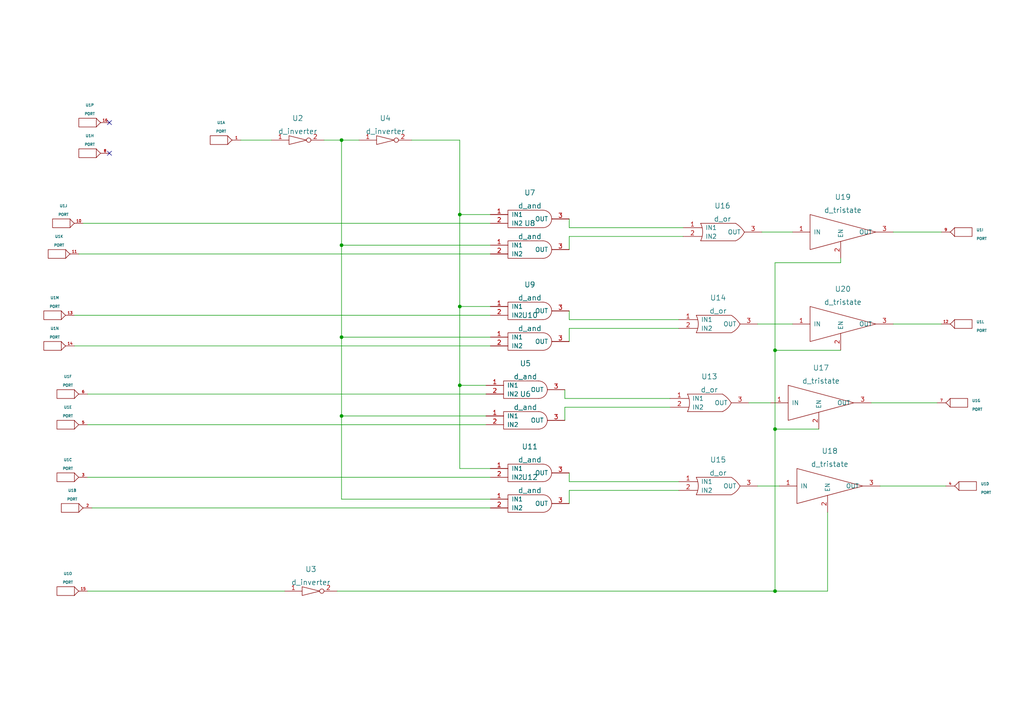
<source format=kicad_sch>
(kicad_sch (version 20211123) (generator eeschema)
  (paper "A4")
  (lib_symbols
    (symbol "eSim_Digital:d_and" (pin_names (offset 1.016))
      (property "Reference" "U" (at 0 0 0))
      (property "Value" "d_and" (at 1.27 2.54 0))
      (symbol "d_and_0_1"
        (polyline (pts (xy 3.81 -1.27) (xy -6.35 -1.27) (xy -6.35 3.81) (xy 3.81 3.81)))
        (arc (start 3.81 -1.27) (mid 5.5897 -0.5171) (end 6.35 1.27))
        (arc (start 6.35 1.27) (mid 5.5971 3.0497) (end 3.81 3.81))
      )
      (symbol "d_and_1_1"
        (pin input line (at -11.43 2.54 0) (length 5.08) (name "IN1") (number "1"))
        (pin input line (at -11.43 0 0) (length 5.08) (name "IN2") (number "2"))
        (pin output line (at 11.43 1.27 180) (length 5.08) (name "OUT") (number "3"))
      )
    )
    (symbol "eSim_Digital:d_inverter" (pin_names (offset 1.016))
      (property "Reference" "U" (at 0 -2.54 0))
      (property "Value" "d_inverter" (at 0 3.81 0))
      (symbol "d_inverter_0_1"
        (polyline (pts (xy -2.54 1.27) (xy -2.54 -1.27) (xy 2.54 0) (xy -2.54 1.27)))
      )
      (symbol "d_inverter_1_1"
        (pin input line (at -7.62 0 0) (length 5.08) (name "~") (number "1"))
        (pin output inverted (at 7.62 0 180) (length 5.08) (name "~") (number "2"))
      )
    )
    (symbol "eSim_Digital:d_or" (pin_names (offset 1.016))
      (property "Reference" "U" (at 0 0 0))
      (property "Value" "d_or" (at 0 2.54 0))
      (symbol "d_or_0_1"
        (arc (start -6.35 -1.27) (mid -5.7504 1.27) (end -6.35 3.81))
        (polyline (pts (xy -6.35 -1.27) (xy 3.81 -1.27)))
        (polyline (pts (xy -6.35 3.81) (xy 3.81 3.81)))
        (arc (start 3.81 -1.27) (mid 5.3181 -0.2399) (end 6.35 1.27))
        (arc (start 6.35 1.27) (mid 5.2222 2.6828) (end 3.81 3.81))
      )
      (symbol "d_or_1_1"
        (pin input line (at -11.43 2.54 0) (length 5.461) (name "IN1") (number "1"))
        (pin input line (at -11.43 0 0) (length 5.461) (name "IN2") (number "2"))
        (pin output line (at 11.43 1.27 180) (length 5.08) (name "OUT") (number "3"))
      )
    )
    (symbol "eSim_Digital:d_tristate" (pin_names (offset 1.016))
      (property "Reference" "U" (at -6.35 6.35 0))
      (property "Value" "d_tristate" (at -5.08 11.43 0))
      (symbol "d_tristate_0_1"
        (polyline (pts (xy -10.16 13.97) (xy -10.16 3.81) (xy 8.89 8.89) (xy -10.16 13.97)))
      )
      (symbol "d_tristate_1_1"
        (pin input line (at -15.24 8.89 0) (length 5.08) (name "IN") (number "1"))
        (pin input line (at -1.27 1.27 90) (length 4.9022) (name "EN") (number "2"))
        (pin output line (at 13.97 8.89 180) (length 5.08) (name "OUT") (number "3"))
      )
    )
    (symbol "eSim_Miscellaneous:PORT" (pin_names (offset 1.016))
      (property "Reference" "U" (at 1.27 2.54 0))
      (property "Value" "PORT" (at 0 0 0))
      (symbol "PORT_0_1"
        (rectangle (start -2.54 1.27) (end 2.54 -1.27))
        (arc (start 2.54 1.27) (mid 3.1355 0.5955) (end 3.81 0))
        (arc (start 3.81 0) (mid 3.1447 -0.6046) (end 2.54 -1.27))
      )
      (symbol "PORT_1_1"
        (pin bidirectional line (at 6.35 0 180) (length 2.54) (name "~") (number "1"))
      )
      (symbol "PORT_2_1"
        (pin bidirectional line (at 6.35 0 180) (length 2.54) (name "~") (number "2"))
      )
      (symbol "PORT_3_1"
        (pin bidirectional line (at 6.35 0 180) (length 2.54) (name "~") (number "3"))
      )
      (symbol "PORT_4_1"
        (pin bidirectional line (at 6.35 0 180) (length 2.54) (name "~") (number "4"))
      )
      (symbol "PORT_5_1"
        (pin bidirectional line (at 6.35 0 180) (length 2.54) (name "~") (number "5"))
      )
      (symbol "PORT_6_1"
        (pin bidirectional line (at 6.35 0 180) (length 2.54) (name "~") (number "6"))
      )
      (symbol "PORT_7_1"
        (pin bidirectional line (at 6.35 0 180) (length 2.54) (name "~") (number "7"))
      )
      (symbol "PORT_8_1"
        (pin bidirectional line (at 6.35 0 180) (length 2.54) (name "~") (number "8"))
      )
      (symbol "PORT_9_1"
        (pin bidirectional line (at 6.35 0 180) (length 2.54) (name "~") (number "9"))
      )
      (symbol "PORT_10_1"
        (pin bidirectional line (at 6.35 0 180) (length 2.54) (name "~") (number "10"))
      )
      (symbol "PORT_11_1"
        (pin bidirectional line (at 6.35 0 180) (length 2.54) (name "~") (number "11"))
      )
      (symbol "PORT_12_1"
        (pin bidirectional line (at 6.35 0 180) (length 2.54) (name "~") (number "12"))
      )
      (symbol "PORT_13_1"
        (pin bidirectional line (at 6.35 0 180) (length 2.54) (name "~") (number "13"))
      )
      (symbol "PORT_14_1"
        (pin bidirectional line (at 6.35 0 180) (length 2.54) (name "~") (number "14"))
      )
      (symbol "PORT_15_1"
        (pin bidirectional line (at 6.35 0 180) (length 2.54) (name "~") (number "15"))
      )
      (symbol "PORT_16_1"
        (pin bidirectional line (at 6.35 0 180) (length 2.54) (name "~") (number "16"))
      )
      (symbol "PORT_17_1"
        (pin bidirectional line (at 6.35 0 180) (length 2.54) (name "~") (number "17"))
      )
      (symbol "PORT_18_1"
        (pin bidirectional line (at 6.35 0 180) (length 2.54) (name "~") (number "18"))
      )
      (symbol "PORT_19_1"
        (pin bidirectional line (at 6.35 0 180) (length 2.54) (name "~") (number "19"))
      )
      (symbol "PORT_20_1"
        (pin bidirectional line (at 6.35 0 180) (length 2.54) (name "~") (number "20"))
      )
      (symbol "PORT_21_1"
        (pin bidirectional line (at 6.35 0 180) (length 2.54) (name "~") (number "21"))
      )
      (symbol "PORT_22_1"
        (pin bidirectional line (at 6.35 0 180) (length 2.54) (name "~") (number "22"))
      )
      (symbol "PORT_23_1"
        (pin bidirectional line (at 6.35 0 180) (length 2.54) (name "~") (number "23"))
      )
      (symbol "PORT_24_1"
        (pin bidirectional line (at 6.35 0 180) (length 2.54) (name "~") (number "24"))
      )
      (symbol "PORT_25_1"
        (pin bidirectional line (at 6.35 0 180) (length 2.54) (name "~") (number "25"))
      )
      (symbol "PORT_26_1"
        (pin bidirectional line (at 6.35 0 180) (length 2.54) (name "~") (number "26"))
      )
    )
  )
  (junction (at 99.06 71.12))
  (junction (at 99.06 40.64))
  (junction (at 133.35 88.9))
  (junction (at 99.06 120.65))
  (junction (at 224.79 124.46))
  (junction (at 99.06 97.79))
  (junction (at 224.79 101.6))
  (junction (at 133.35 62.23))
  (junction (at 133.35 111.76))
  (junction (at 224.79 171.45))
  (no_connect (at 31.75 35.56))
  (no_connect (at 31.75 44.45))
  (wire (pts (xy 26.67 147.32) (xy 142.24 147.32)))
  (wire (pts (xy 133.35 40.64) (xy 133.35 62.23)))
  (wire (pts (xy 165.1 139.7) (xy 196.85 139.7)))
  (wire (pts (xy 25.4 123.19) (xy 140.97 123.19)))
  (wire (pts (xy 165.1 66.04) (xy 198.12 66.04)))
  (wire (pts (xy 99.06 120.65) (xy 99.06 97.79)))
  (wire (pts (xy 99.06 71.12) (xy 99.06 40.64)))
  (wire (pts (xy 163.83 115.57) (xy 194.31 115.57)))
  (wire (pts (xy 224.79 124.46) (xy 237.49 124.46)))
  (wire (pts (xy 99.06 71.12) (xy 142.24 71.12)))
  (wire (pts (xy 165.1 68.58) (xy 198.12 68.58)))
  (wire (pts (xy 224.79 101.6) (xy 243.84 101.6)))
  (wire (pts (xy 25.4 138.43) (xy 142.24 138.43)))
  (wire (pts (xy 243.84 76.2) (xy 243.84 74.93)))
  (wire (pts (xy 133.35 62.23) (xy 133.35 88.9)))
  (wire (pts (xy 133.35 62.23) (xy 142.24 62.23)))
  (wire (pts (xy 99.06 120.65) (xy 140.97 120.65)))
  (wire (pts (xy 133.35 88.9) (xy 142.24 88.9)))
  (wire (pts (xy 99.06 40.64) (xy 93.98 40.64)))
  (wire (pts (xy 99.06 97.79) (xy 142.24 97.79)))
  (wire (pts (xy 165.1 142.24) (xy 196.85 142.24)))
  (wire (pts (xy 163.83 118.11) (xy 194.31 118.11)))
  (wire (pts (xy 240.03 148.59) (xy 240.03 171.45)))
  (wire (pts (xy 119.38 40.64) (xy 133.35 40.64)))
  (wire (pts (xy 259.08 93.98) (xy 273.05 93.98)))
  (wire (pts (xy 25.4 171.45) (xy 82.55 171.45)))
  (wire (pts (xy 165.1 72.39) (xy 165.1 68.58)))
  (wire (pts (xy 219.71 93.98) (xy 229.87 93.98)))
  (wire (pts (xy 21.59 91.44) (xy 142.24 91.44)))
  (wire (pts (xy 165.1 146.05) (xy 165.1 142.24)))
  (wire (pts (xy 259.08 67.31) (xy 273.05 67.31)))
  (wire (pts (xy 224.79 76.2) (xy 243.84 76.2)))
  (wire (pts (xy 165.1 95.25) (xy 196.85 95.25)))
  (wire (pts (xy 224.79 101.6) (xy 224.79 76.2)))
  (wire (pts (xy 99.06 144.78) (xy 99.06 120.65)))
  (wire (pts (xy 97.79 171.45) (xy 224.79 171.45)))
  (wire (pts (xy 252.73 116.84) (xy 271.78 116.84)))
  (wire (pts (xy 69.85 40.64) (xy 78.74 40.64)))
  (wire (pts (xy 25.4 114.3) (xy 140.97 114.3)))
  (wire (pts (xy 133.35 135.89) (xy 142.24 135.89)))
  (wire (pts (xy 24.13 64.77) (xy 142.24 64.77)))
  (wire (pts (xy 217.17 116.84) (xy 223.52 116.84)))
  (wire (pts (xy 165.1 90.17) (xy 165.1 92.71)))
  (wire (pts (xy 99.06 40.64) (xy 104.14 40.64)))
  (wire (pts (xy 142.24 144.78) (xy 99.06 144.78)))
  (wire (pts (xy 133.35 111.76) (xy 140.97 111.76)))
  (wire (pts (xy 165.1 137.16) (xy 165.1 139.7)))
  (wire (pts (xy 165.1 63.5) (xy 165.1 66.04)))
  (wire (pts (xy 165.1 99.06) (xy 165.1 95.25)))
  (wire (pts (xy 99.06 97.79) (xy 99.06 71.12)))
  (wire (pts (xy 133.35 111.76) (xy 133.35 135.89)))
  (wire (pts (xy 22.86 73.66) (xy 142.24 73.66)))
  (wire (pts (xy 21.59 100.33) (xy 142.24 100.33)))
  (wire (pts (xy 133.35 88.9) (xy 133.35 111.76)))
  (wire (pts (xy 165.1 92.71) (xy 196.85 92.71)))
  (wire (pts (xy 163.83 121.92) (xy 163.83 118.11)))
  (wire (pts (xy 163.83 113.03) (xy 163.83 115.57)))
  (wire (pts (xy 255.27 140.97) (xy 274.32 140.97)))
  (wire (pts (xy 240.03 171.45) (xy 224.79 171.45)))
  (wire (pts (xy 220.98 67.31) (xy 229.87 67.31)))
  (wire (pts (xy 224.79 171.45) (xy 224.79 124.46)))
  (wire (pts (xy 224.79 124.46) (xy 224.79 101.6)))
  (wire (pts (xy 219.71 140.97) (xy 226.06 140.97)))
  (symbol (lib_id "eSim_Miscellaneous:PORT") (at 278.13 116.84 180) (unit 7)
    (property "Reference" "U1" (at 281.94 116.205 0) (effects (font (size 0.762 0.762)) (justify right)))
    (property "Value" "PORT" (at 281.94 118.745 0) (effects (font (size 0.762 0.762)) (justify right)))
  )
  (symbol (lib_id "eSim_Digital:d_or") (at 208.28 142.24 0) (unit 1)
    (property "Reference" "U15" (at 208.28 133.35 0) (effects (font (size 1.524 1.524))))
    (property "Value" "d_or" (at 208.28 137.16 0) (effects (font (size 1.524 1.524))))
  )
  (symbol (lib_id "eSim_Digital:d_and") (at 152.4 114.3 0) (unit 1)
    (property "Reference" "U5" (at 152.4 105.41 0) (effects (font (size 1.524 1.524))))
    (property "Value" "d_and" (at 152.4 109.22 0) (effects (font (size 1.524 1.524))))
  )
  (symbol (lib_id "eSim_Digital:d_or") (at 205.74 118.11 0) (unit 1)
    (property "Reference" "U13" (at 205.74 109.22 0) (effects (font (size 1.524 1.524))))
    (property "Value" "d_or" (at 205.74 113.03 0) (effects (font (size 1.524 1.524))))
  )
  (symbol (lib_id "eSim_Digital:d_inverter") (at 111.76 40.64 0) (unit 1)
    (property "Reference" "U4" (at 111.76 34.29 0) (effects (font (size 1.524 1.524))))
    (property "Value" "d_inverter" (at 111.76 38.1 0) (effects (font (size 1.524 1.524))))
  )
  (symbol (lib_id "eSim_Digital:d_and") (at 153.67 138.43 0) (unit 1)
    (property "Reference" "U11" (at 153.67 129.54 0) (effects (font (size 1.524 1.524))))
    (property "Value" "d_and" (at 153.67 133.35 0) (effects (font (size 1.524 1.524))))
  )
  (symbol (lib_id "eSim_Digital:d_and") (at 153.67 64.77 0) (unit 1)
    (property "Reference" "U7" (at 153.67 55.88 0) (effects (font (size 1.524 1.524))))
    (property "Value" "d_and" (at 153.67 59.69 0) (effects (font (size 1.524 1.524))))
  )
  (symbol (lib_id "eSim_Digital:d_and") (at 153.67 147.32 0) (unit 1)
    (property "Reference" "U12" (at 153.67 138.43 0) (effects (font (size 1.524 1.524))))
    (property "Value" "d_and" (at 153.67 142.24 0) (effects (font (size 1.524 1.524))))
  )
  (symbol (lib_id "eSim_Miscellaneous:PORT") (at 63.5 40.64 0) (unit 1)
    (property "Reference" "U1" (at 64.135 35.56 0) (effects (font (size 0.762 0.762))))
    (property "Value" "PORT" (at 64.135 38.1 0) (effects (font (size 0.762 0.762))))
  )
  (symbol (lib_id "eSim_Digital:d_inverter") (at 90.17 171.45 0) (unit 1)
    (property "Reference" "U3" (at 90.17 165.1 0) (effects (font (size 1.524 1.524))))
    (property "Value" "d_inverter" (at 90.17 168.91 0) (effects (font (size 1.524 1.524))))
  )
  (symbol (lib_id "eSim_Miscellaneous:PORT") (at 17.78 64.77 0) (unit 10)
    (property "Reference" "U1" (at 18.415 59.69 0) (effects (font (size 0.762 0.762))))
    (property "Value" "PORT" (at 18.415 62.23 0) (effects (font (size 0.762 0.762))))
  )
  (symbol (lib_id "eSim_Digital:d_and") (at 153.67 100.33 0) (unit 1)
    (property "Reference" "U10" (at 153.67 91.44 0) (effects (font (size 1.524 1.524))))
    (property "Value" "d_and" (at 153.67 95.25 0) (effects (font (size 1.524 1.524))))
  )
  (symbol (lib_id "eSim_Digital:d_or") (at 208.28 95.25 0) (unit 1)
    (property "Reference" "U14" (at 208.28 86.36 0) (effects (font (size 1.524 1.524))))
    (property "Value" "d_or" (at 208.28 90.17 0) (effects (font (size 1.524 1.524))))
  )
  (symbol (lib_id "eSim_Digital:d_inverter") (at 86.36 40.64 0) (unit 1)
    (property "Reference" "U2" (at 86.36 34.29 0) (effects (font (size 1.524 1.524))))
    (property "Value" "d_inverter" (at 86.36 38.1 0) (effects (font (size 1.524 1.524))))
  )
  (symbol (lib_id "eSim_Digital:d_tristate") (at 245.11 102.87 0) (unit 1)
    (property "Reference" "U20" (at 244.475 83.82 0) (effects (font (size 1.524 1.524))))
    (property "Value" "d_tristate" (at 244.475 87.63 0) (effects (font (size 1.524 1.524))))
  )
  (symbol (lib_id "eSim_Miscellaneous:PORT") (at 25.4 44.45 0) (unit 8)
    (property "Reference" "U1" (at 26.035 39.37 0) (effects (font (size 0.762 0.762))))
    (property "Value" "PORT" (at 26.035 41.91 0) (effects (font (size 0.762 0.762))))
  )
  (symbol (lib_id "eSim_Miscellaneous:PORT") (at 19.05 114.3 0) (unit 6)
    (property "Reference" "U1" (at 19.685 109.22 0) (effects (font (size 0.762 0.762))))
    (property "Value" "PORT" (at 19.685 111.76 0) (effects (font (size 0.762 0.762))))
  )
  (symbol (lib_id "eSim_Miscellaneous:PORT") (at 20.32 147.32 0) (unit 2)
    (property "Reference" "U1" (at 20.955 142.24 0) (effects (font (size 0.762 0.762))))
    (property "Value" "PORT" (at 20.955 144.78 0) (effects (font (size 0.762 0.762))))
  )
  (symbol (lib_id "eSim_Miscellaneous:PORT") (at 19.05 171.45 0) (unit 15)
    (property "Reference" "U1" (at 19.685 166.37 0) (effects (font (size 0.762 0.762))))
    (property "Value" "PORT" (at 19.685 168.91 0) (effects (font (size 0.762 0.762))))
  )
  (symbol (lib_id "eSim_Digital:d_tristate") (at 241.3 149.86 0) (unit 1)
    (property "Reference" "U18" (at 240.665 130.81 0) (effects (font (size 1.524 1.524))))
    (property "Value" "d_tristate" (at 240.665 134.62 0) (effects (font (size 1.524 1.524))))
  )
  (symbol (lib_id "eSim_Digital:d_tristate") (at 245.11 76.2 0) (unit 1)
    (property "Reference" "U19" (at 244.475 57.15 0) (effects (font (size 1.524 1.524))))
    (property "Value" "d_tristate" (at 244.475 60.96 0) (effects (font (size 1.524 1.524))))
  )
  (symbol (lib_id "eSim_Miscellaneous:PORT") (at 279.4 67.31 180) (unit 9)
    (property "Reference" "U1" (at 283.21 66.675 0) (effects (font (size 0.762 0.762)) (justify right)))
    (property "Value" "PORT" (at 283.21 69.215 0) (effects (font (size 0.762 0.762)) (justify right)))
  )
  (symbol (lib_id "eSim_Miscellaneous:PORT") (at 19.05 123.19 0) (unit 5)
    (property "Reference" "U1" (at 19.685 118.11 0) (effects (font (size 0.762 0.762))))
    (property "Value" "PORT" (at 19.685 120.65 0) (effects (font (size 0.762 0.762))))
  )
  (symbol (lib_id "eSim_Digital:d_or") (at 209.55 68.58 0) (unit 1)
    (property "Reference" "U16" (at 209.55 59.69 0) (effects (font (size 1.524 1.524))))
    (property "Value" "d_or" (at 209.55 63.5 0) (effects (font (size 1.524 1.524))))
  )
  (symbol (lib_id "eSim_Miscellaneous:PORT") (at 25.4 35.56 0) (unit 16)
    (property "Reference" "U1" (at 26.035 30.48 0) (effects (font (size 0.762 0.762))))
    (property "Value" "PORT" (at 26.035 33.02 0) (effects (font (size 0.762 0.762))))
  )
  (symbol (lib_id "eSim_Miscellaneous:PORT") (at 279.4 93.98 180) (unit 12)
    (property "Reference" "U1" (at 283.21 93.345 0) (effects (font (size 0.762 0.762)) (justify right)))
    (property "Value" "PORT" (at 283.21 95.885 0) (effects (font (size 0.762 0.762)) (justify right)))
  )
  (symbol (lib_id "eSim_Miscellaneous:PORT") (at 16.51 73.66 0) (unit 11)
    (property "Reference" "U1" (at 17.145 68.58 0) (effects (font (size 0.762 0.762))))
    (property "Value" "PORT" (at 17.145 71.12 0) (effects (font (size 0.762 0.762))))
  )
  (symbol (lib_id "eSim_Miscellaneous:PORT") (at 15.24 100.33 0) (unit 14)
    (property "Reference" "U1" (at 15.875 95.25 0) (effects (font (size 0.762 0.762))))
    (property "Value" "PORT" (at 15.875 97.79 0) (effects (font (size 0.762 0.762))))
  )
  (symbol (lib_id "eSim_Digital:d_and") (at 153.67 73.66 0) (unit 1)
    (property "Reference" "U8" (at 153.67 64.77 0) (effects (font (size 1.524 1.524))))
    (property "Value" "d_and" (at 153.67 68.58 0) (effects (font (size 1.524 1.524))))
  )
  (symbol (lib_id "eSim_Digital:d_and") (at 152.4 123.19 0) (unit 1)
    (property "Reference" "U6" (at 152.4 114.3 0) (effects (font (size 1.524 1.524))))
    (property "Value" "d_and" (at 152.4 118.11 0) (effects (font (size 1.524 1.524))))
  )
  (symbol (lib_id "eSim_Digital:d_and") (at 153.67 91.44 0) (unit 1)
    (property "Reference" "U9" (at 153.67 82.55 0) (effects (font (size 1.524 1.524))))
    (property "Value" "d_and" (at 153.67 86.36 0) (effects (font (size 1.524 1.524))))
  )
  (symbol (lib_id "eSim_Miscellaneous:PORT") (at 15.24 91.44 0) (unit 13)
    (property "Reference" "U1" (at 15.875 86.36 0) (effects (font (size 0.762 0.762))))
    (property "Value" "PORT" (at 15.875 88.9 0) (effects (font (size 0.762 0.762))))
  )
  (symbol (lib_id "eSim_Digital:d_tristate") (at 238.76 125.73 0) (unit 1)
    (property "Reference" "U17" (at 238.125 106.68 0) (effects (font (size 1.524 1.524))))
    (property "Value" "d_tristate" (at 238.125 110.49 0) (effects (font (size 1.524 1.524))))
  )
  (symbol (lib_id "eSim_Miscellaneous:PORT") (at 19.05 138.43 0) (unit 3)
    (property "Reference" "U1" (at 19.685 133.35 0) (effects (font (size 0.762 0.762))))
    (property "Value" "PORT" (at 19.685 135.89 0) (effects (font (size 0.762 0.762))))
  )
  (symbol (lib_id "eSim_Miscellaneous:PORT") (at 280.67 140.97 180) (unit 4)
    (property "Reference" "U1" (at 284.48 140.335 0) (effects (font (size 0.762 0.762)) (justify right)))
    (property "Value" "PORT" (at 284.48 142.875 0) (effects (font (size 0.762 0.762)) (justify right)))
  )
)
</source>
